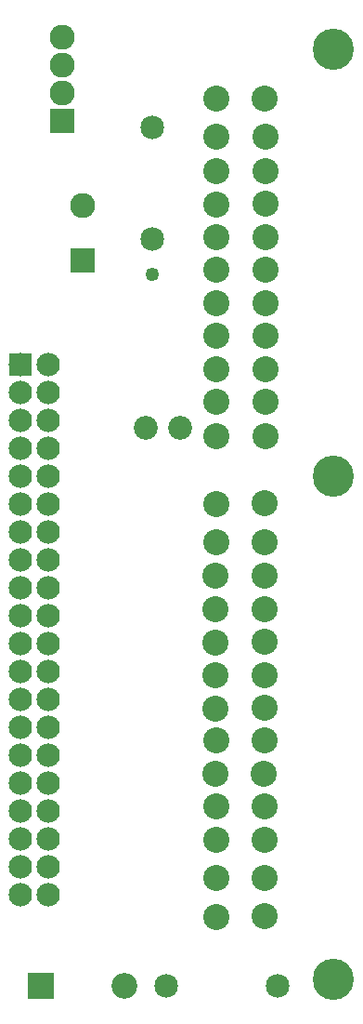
<source format=gbs>
G04 MADE WITH FRITZING*
G04 WWW.FRITZING.ORG*
G04 DOUBLE SIDED*
G04 HOLES PLATED*
G04 CONTOUR ON CENTER OF CONTOUR VECTOR*
%ASAXBY*%
%FSLAX23Y23*%
%MOIN*%
%OFA0B0*%
%SFA1.0B1.0*%
%ADD10C,0.085433*%
%ADD11C,0.049370*%
%ADD12C,0.085000*%
%ADD13C,0.092000*%
%ADD14C,0.090000*%
%ADD15C,0.084000*%
%ADD16C,0.147795*%
%ADD17C,0.093307*%
%ADD18R,0.092000X0.092000*%
%ADD19R,0.090000X0.090000*%
%ADD20R,0.084000X0.084000*%
%LNMASK0*%
G90*
G70*
G54D10*
X624Y2287D03*
G54D11*
X649Y2837D03*
G54D12*
X1099Y287D03*
X699Y287D03*
X649Y3362D03*
X649Y2962D03*
G54D13*
X249Y287D03*
X547Y287D03*
G54D10*
X749Y2287D03*
G54D14*
X324Y3387D03*
X324Y3487D03*
X324Y3587D03*
X324Y3687D03*
X399Y2887D03*
X399Y3083D03*
G54D15*
X274Y2512D03*
X274Y2412D03*
X274Y2312D03*
X274Y2212D03*
X274Y2112D03*
X274Y2012D03*
X274Y1912D03*
X274Y1812D03*
X274Y1712D03*
X274Y1612D03*
X274Y1512D03*
X274Y1412D03*
X274Y1312D03*
X274Y1212D03*
X274Y1112D03*
X274Y1012D03*
X274Y912D03*
X274Y812D03*
X274Y712D03*
X274Y612D03*
X174Y2512D03*
X174Y2412D03*
X174Y2312D03*
X174Y2212D03*
X174Y2112D03*
X174Y2012D03*
X174Y1912D03*
X174Y1812D03*
X174Y1712D03*
X174Y1612D03*
X174Y1512D03*
X174Y1412D03*
X174Y1312D03*
X174Y1212D03*
X174Y1112D03*
X174Y1012D03*
X174Y912D03*
X174Y812D03*
X174Y712D03*
X174Y612D03*
G54D16*
X1299Y311D03*
X1299Y2114D03*
X1299Y3644D03*
G54D17*
X876Y534D03*
X876Y672D03*
X876Y809D03*
X876Y929D03*
X873Y1047D03*
X876Y1165D03*
X875Y1281D03*
X875Y1399D03*
X875Y1518D03*
X875Y1636D03*
X875Y1755D03*
X876Y1875D03*
X1051Y535D03*
X1051Y673D03*
X1051Y810D03*
X1051Y930D03*
X1048Y1048D03*
X1051Y1166D03*
X1050Y1282D03*
X1050Y1400D03*
X1050Y1519D03*
X1050Y1637D03*
X1050Y1756D03*
X1051Y1876D03*
X1051Y2015D03*
X876Y2014D03*
X878Y2257D03*
X1053Y2258D03*
X879Y2379D03*
X1054Y2380D03*
X878Y2498D03*
X1053Y2498D03*
X878Y2615D03*
X1053Y2616D03*
X878Y2734D03*
X1053Y2733D03*
X878Y2852D03*
X1053Y2852D03*
X878Y2969D03*
X1053Y2970D03*
X878Y3088D03*
X1053Y3089D03*
X878Y3207D03*
X1053Y3207D03*
X878Y3329D03*
X1053Y3330D03*
X878Y3466D03*
X1052Y3467D03*
G54D18*
X248Y287D03*
G54D19*
X324Y3387D03*
X399Y2887D03*
G54D20*
X174Y2512D03*
G04 End of Mask0*
M02*
</source>
